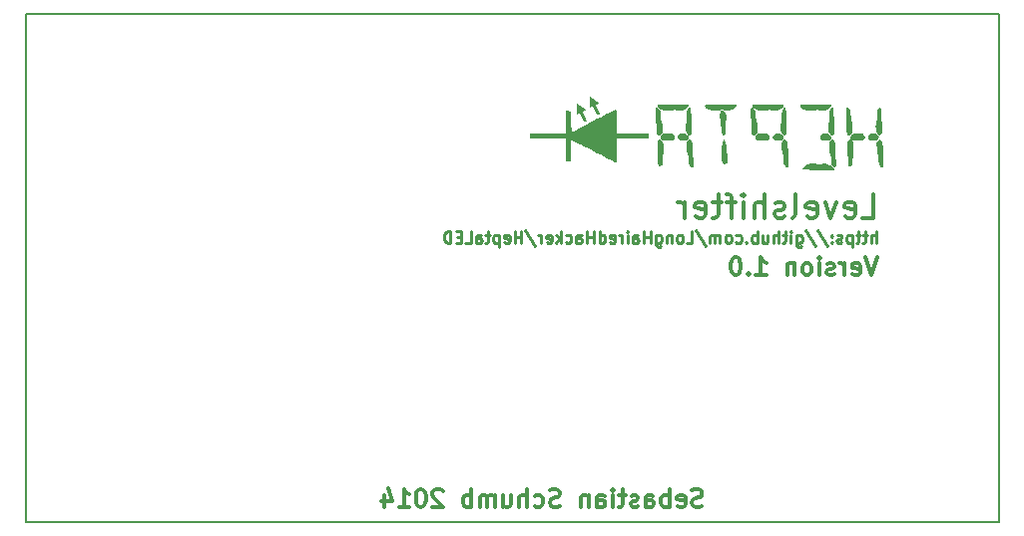
<source format=gbo>
G04 (created by PCBNEW (2013-may-18)-stable) date Thu 01 May 2014 09:06:19 PM CEST*
%MOIN*%
G04 Gerber Fmt 3.4, Leading zero omitted, Abs format*
%FSLAX34Y34*%
G01*
G70*
G90*
G04 APERTURE LIST*
%ADD10C,0.00590551*%
%ADD11C,0.011811*%
%ADD12C,0.00984252*%
%ADD13C,0.00787402*%
%ADD14C,0.0001*%
%ADD15C,0.0689*%
%ADD16C,0.055*%
%ADD17C,0.1437*%
%ADD18R,0.0591X0.0591*%
%ADD19C,0.0591*%
%ADD20C,0.0984252*%
%ADD21C,0.1575*%
%ADD22R,0.1X0.1*%
%ADD23C,0.1*%
%ADD24R,0.055X0.055*%
%ADD25C,0.177165*%
G04 APERTURE END LIST*
G54D10*
G54D11*
X69343Y-33960D02*
X69258Y-33989D01*
X69118Y-33989D01*
X69061Y-33960D01*
X69033Y-33932D01*
X69005Y-33876D01*
X69005Y-33820D01*
X69033Y-33764D01*
X69061Y-33735D01*
X69118Y-33707D01*
X69230Y-33679D01*
X69286Y-33651D01*
X69314Y-33623D01*
X69343Y-33567D01*
X69343Y-33510D01*
X69314Y-33454D01*
X69286Y-33426D01*
X69230Y-33398D01*
X69089Y-33398D01*
X69005Y-33426D01*
X68527Y-33960D02*
X68583Y-33989D01*
X68696Y-33989D01*
X68752Y-33960D01*
X68780Y-33904D01*
X68780Y-33679D01*
X68752Y-33623D01*
X68696Y-33595D01*
X68583Y-33595D01*
X68527Y-33623D01*
X68499Y-33679D01*
X68499Y-33735D01*
X68780Y-33792D01*
X68246Y-33989D02*
X68246Y-33398D01*
X68246Y-33623D02*
X68190Y-33595D01*
X68077Y-33595D01*
X68021Y-33623D01*
X67993Y-33651D01*
X67965Y-33707D01*
X67965Y-33876D01*
X67993Y-33932D01*
X68021Y-33960D01*
X68077Y-33989D01*
X68190Y-33989D01*
X68246Y-33960D01*
X67458Y-33989D02*
X67458Y-33679D01*
X67487Y-33623D01*
X67543Y-33595D01*
X67655Y-33595D01*
X67712Y-33623D01*
X67458Y-33960D02*
X67515Y-33989D01*
X67655Y-33989D01*
X67712Y-33960D01*
X67740Y-33904D01*
X67740Y-33848D01*
X67712Y-33792D01*
X67655Y-33764D01*
X67515Y-33764D01*
X67458Y-33735D01*
X67205Y-33960D02*
X67149Y-33989D01*
X67037Y-33989D01*
X66980Y-33960D01*
X66952Y-33904D01*
X66952Y-33876D01*
X66980Y-33820D01*
X67037Y-33792D01*
X67121Y-33792D01*
X67177Y-33764D01*
X67205Y-33707D01*
X67205Y-33679D01*
X67177Y-33623D01*
X67121Y-33595D01*
X67037Y-33595D01*
X66980Y-33623D01*
X66784Y-33595D02*
X66559Y-33595D01*
X66699Y-33398D02*
X66699Y-33904D01*
X66671Y-33960D01*
X66615Y-33989D01*
X66559Y-33989D01*
X66362Y-33989D02*
X66362Y-33595D01*
X66362Y-33398D02*
X66390Y-33426D01*
X66362Y-33454D01*
X66334Y-33426D01*
X66362Y-33398D01*
X66362Y-33454D01*
X65827Y-33989D02*
X65827Y-33679D01*
X65856Y-33623D01*
X65912Y-33595D01*
X66024Y-33595D01*
X66080Y-33623D01*
X65827Y-33960D02*
X65884Y-33989D01*
X66024Y-33989D01*
X66080Y-33960D01*
X66109Y-33904D01*
X66109Y-33848D01*
X66080Y-33792D01*
X66024Y-33764D01*
X65884Y-33764D01*
X65827Y-33735D01*
X65546Y-33595D02*
X65546Y-33989D01*
X65546Y-33651D02*
X65518Y-33623D01*
X65462Y-33595D01*
X65377Y-33595D01*
X65321Y-33623D01*
X65293Y-33679D01*
X65293Y-33989D01*
X64590Y-33960D02*
X64506Y-33989D01*
X64365Y-33989D01*
X64309Y-33960D01*
X64281Y-33932D01*
X64253Y-33876D01*
X64253Y-33820D01*
X64281Y-33764D01*
X64309Y-33735D01*
X64365Y-33707D01*
X64478Y-33679D01*
X64534Y-33651D01*
X64562Y-33623D01*
X64590Y-33567D01*
X64590Y-33510D01*
X64562Y-33454D01*
X64534Y-33426D01*
X64478Y-33398D01*
X64337Y-33398D01*
X64253Y-33426D01*
X63746Y-33960D02*
X63803Y-33989D01*
X63915Y-33989D01*
X63971Y-33960D01*
X63999Y-33932D01*
X64028Y-33876D01*
X64028Y-33707D01*
X63999Y-33651D01*
X63971Y-33623D01*
X63915Y-33595D01*
X63803Y-33595D01*
X63746Y-33623D01*
X63493Y-33989D02*
X63493Y-33398D01*
X63240Y-33989D02*
X63240Y-33679D01*
X63268Y-33623D01*
X63325Y-33595D01*
X63409Y-33595D01*
X63465Y-33623D01*
X63493Y-33651D01*
X62706Y-33595D02*
X62706Y-33989D01*
X62959Y-33595D02*
X62959Y-33904D01*
X62931Y-33960D01*
X62875Y-33989D01*
X62790Y-33989D01*
X62734Y-33960D01*
X62706Y-33932D01*
X62425Y-33989D02*
X62425Y-33595D01*
X62425Y-33651D02*
X62397Y-33623D01*
X62340Y-33595D01*
X62256Y-33595D01*
X62200Y-33623D01*
X62172Y-33679D01*
X62172Y-33989D01*
X62172Y-33679D02*
X62143Y-33623D01*
X62087Y-33595D01*
X62003Y-33595D01*
X61947Y-33623D01*
X61919Y-33679D01*
X61919Y-33989D01*
X61637Y-33989D02*
X61637Y-33398D01*
X61637Y-33623D02*
X61581Y-33595D01*
X61469Y-33595D01*
X61412Y-33623D01*
X61384Y-33651D01*
X61356Y-33707D01*
X61356Y-33876D01*
X61384Y-33932D01*
X61412Y-33960D01*
X61469Y-33989D01*
X61581Y-33989D01*
X61637Y-33960D01*
X60681Y-33454D02*
X60653Y-33426D01*
X60597Y-33398D01*
X60456Y-33398D01*
X60400Y-33426D01*
X60372Y-33454D01*
X60344Y-33510D01*
X60344Y-33567D01*
X60372Y-33651D01*
X60709Y-33989D01*
X60344Y-33989D01*
X59978Y-33398D02*
X59922Y-33398D01*
X59866Y-33426D01*
X59838Y-33454D01*
X59809Y-33510D01*
X59781Y-33623D01*
X59781Y-33764D01*
X59809Y-33876D01*
X59838Y-33932D01*
X59866Y-33960D01*
X59922Y-33989D01*
X59978Y-33989D01*
X60034Y-33960D01*
X60062Y-33932D01*
X60091Y-33876D01*
X60119Y-33764D01*
X60119Y-33623D01*
X60091Y-33510D01*
X60062Y-33454D01*
X60034Y-33426D01*
X59978Y-33398D01*
X59219Y-33989D02*
X59556Y-33989D01*
X59388Y-33989D02*
X59388Y-33398D01*
X59444Y-33482D01*
X59500Y-33539D01*
X59556Y-33567D01*
X58713Y-33595D02*
X58713Y-33989D01*
X58853Y-33370D02*
X58994Y-33792D01*
X58628Y-33792D01*
X75193Y-25648D02*
X74996Y-26239D01*
X74800Y-25648D01*
X74378Y-26210D02*
X74434Y-26239D01*
X74546Y-26239D01*
X74603Y-26210D01*
X74631Y-26154D01*
X74631Y-25929D01*
X74603Y-25873D01*
X74546Y-25845D01*
X74434Y-25845D01*
X74378Y-25873D01*
X74350Y-25929D01*
X74350Y-25985D01*
X74631Y-26042D01*
X74097Y-26239D02*
X74097Y-25845D01*
X74097Y-25957D02*
X74068Y-25901D01*
X74040Y-25873D01*
X73984Y-25845D01*
X73928Y-25845D01*
X73759Y-26210D02*
X73703Y-26239D01*
X73590Y-26239D01*
X73534Y-26210D01*
X73506Y-26154D01*
X73506Y-26126D01*
X73534Y-26070D01*
X73590Y-26042D01*
X73675Y-26042D01*
X73731Y-26014D01*
X73759Y-25957D01*
X73759Y-25929D01*
X73731Y-25873D01*
X73675Y-25845D01*
X73590Y-25845D01*
X73534Y-25873D01*
X73253Y-26239D02*
X73253Y-25845D01*
X73253Y-25648D02*
X73281Y-25676D01*
X73253Y-25704D01*
X73225Y-25676D01*
X73253Y-25648D01*
X73253Y-25704D01*
X72887Y-26239D02*
X72944Y-26210D01*
X72972Y-26182D01*
X73000Y-26126D01*
X73000Y-25957D01*
X72972Y-25901D01*
X72944Y-25873D01*
X72887Y-25845D01*
X72803Y-25845D01*
X72747Y-25873D01*
X72719Y-25901D01*
X72690Y-25957D01*
X72690Y-26126D01*
X72719Y-26182D01*
X72747Y-26210D01*
X72803Y-26239D01*
X72887Y-26239D01*
X72437Y-25845D02*
X72437Y-26239D01*
X72437Y-25901D02*
X72409Y-25873D01*
X72353Y-25845D01*
X72269Y-25845D01*
X72212Y-25873D01*
X72184Y-25929D01*
X72184Y-26239D01*
X71144Y-26239D02*
X71481Y-26239D01*
X71312Y-26239D02*
X71312Y-25648D01*
X71369Y-25732D01*
X71425Y-25789D01*
X71481Y-25817D01*
X70891Y-26182D02*
X70863Y-26210D01*
X70891Y-26239D01*
X70919Y-26210D01*
X70891Y-26182D01*
X70891Y-26239D01*
X70497Y-25648D02*
X70441Y-25648D01*
X70384Y-25676D01*
X70356Y-25704D01*
X70328Y-25760D01*
X70300Y-25873D01*
X70300Y-26014D01*
X70328Y-26126D01*
X70356Y-26182D01*
X70384Y-26210D01*
X70441Y-26239D01*
X70497Y-26239D01*
X70553Y-26210D01*
X70581Y-26182D01*
X70609Y-26126D01*
X70638Y-26014D01*
X70638Y-25873D01*
X70609Y-25760D01*
X70581Y-25704D01*
X70553Y-25676D01*
X70497Y-25648D01*
X74687Y-24318D02*
X75062Y-24318D01*
X75062Y-23531D01*
X74125Y-24281D02*
X74200Y-24318D01*
X74350Y-24318D01*
X74425Y-24281D01*
X74462Y-24206D01*
X74462Y-23906D01*
X74425Y-23831D01*
X74350Y-23793D01*
X74200Y-23793D01*
X74125Y-23831D01*
X74087Y-23906D01*
X74087Y-23981D01*
X74462Y-24056D01*
X73825Y-23793D02*
X73637Y-24318D01*
X73450Y-23793D01*
X72850Y-24281D02*
X72925Y-24318D01*
X73075Y-24318D01*
X73150Y-24281D01*
X73187Y-24206D01*
X73187Y-23906D01*
X73150Y-23831D01*
X73075Y-23793D01*
X72925Y-23793D01*
X72850Y-23831D01*
X72812Y-23906D01*
X72812Y-23981D01*
X73187Y-24056D01*
X72362Y-24318D02*
X72437Y-24281D01*
X72475Y-24206D01*
X72475Y-23531D01*
X72100Y-24281D02*
X72025Y-24318D01*
X71875Y-24318D01*
X71800Y-24281D01*
X71762Y-24206D01*
X71762Y-24168D01*
X71800Y-24093D01*
X71875Y-24056D01*
X71987Y-24056D01*
X72062Y-24018D01*
X72100Y-23943D01*
X72100Y-23906D01*
X72062Y-23831D01*
X71987Y-23793D01*
X71875Y-23793D01*
X71800Y-23831D01*
X71425Y-24318D02*
X71425Y-23531D01*
X71088Y-24318D02*
X71088Y-23906D01*
X71125Y-23831D01*
X71200Y-23793D01*
X71312Y-23793D01*
X71387Y-23831D01*
X71425Y-23868D01*
X70713Y-24318D02*
X70713Y-23793D01*
X70713Y-23531D02*
X70750Y-23568D01*
X70713Y-23606D01*
X70675Y-23568D01*
X70713Y-23531D01*
X70713Y-23606D01*
X70450Y-23793D02*
X70150Y-23793D01*
X70338Y-24318D02*
X70338Y-23643D01*
X70300Y-23568D01*
X70225Y-23531D01*
X70150Y-23531D01*
X70000Y-23793D02*
X69700Y-23793D01*
X69888Y-23531D02*
X69888Y-24206D01*
X69850Y-24281D01*
X69775Y-24318D01*
X69700Y-24318D01*
X69138Y-24281D02*
X69213Y-24318D01*
X69363Y-24318D01*
X69438Y-24281D01*
X69475Y-24206D01*
X69475Y-23906D01*
X69438Y-23831D01*
X69363Y-23793D01*
X69213Y-23793D01*
X69138Y-23831D01*
X69100Y-23906D01*
X69100Y-23981D01*
X69475Y-24056D01*
X68763Y-24318D02*
X68763Y-23793D01*
X68763Y-23943D02*
X68725Y-23868D01*
X68688Y-23831D01*
X68613Y-23793D01*
X68538Y-23793D01*
G54D12*
X75156Y-25159D02*
X75156Y-24765D01*
X74987Y-25159D02*
X74987Y-24953D01*
X75006Y-24915D01*
X75043Y-24896D01*
X75100Y-24896D01*
X75137Y-24915D01*
X75156Y-24934D01*
X74856Y-24896D02*
X74706Y-24896D01*
X74800Y-24765D02*
X74800Y-25103D01*
X74781Y-25140D01*
X74743Y-25159D01*
X74706Y-25159D01*
X74631Y-24896D02*
X74481Y-24896D01*
X74575Y-24765D02*
X74575Y-25103D01*
X74556Y-25140D01*
X74518Y-25159D01*
X74481Y-25159D01*
X74350Y-24896D02*
X74350Y-25290D01*
X74350Y-24915D02*
X74312Y-24896D01*
X74237Y-24896D01*
X74200Y-24915D01*
X74181Y-24934D01*
X74162Y-24971D01*
X74162Y-25084D01*
X74181Y-25121D01*
X74200Y-25140D01*
X74237Y-25159D01*
X74312Y-25159D01*
X74350Y-25140D01*
X74012Y-25140D02*
X73975Y-25159D01*
X73900Y-25159D01*
X73862Y-25140D01*
X73843Y-25103D01*
X73843Y-25084D01*
X73862Y-25046D01*
X73900Y-25028D01*
X73956Y-25028D01*
X73993Y-25009D01*
X74012Y-24971D01*
X74012Y-24953D01*
X73993Y-24915D01*
X73956Y-24896D01*
X73900Y-24896D01*
X73862Y-24915D01*
X73675Y-25121D02*
X73656Y-25140D01*
X73675Y-25159D01*
X73693Y-25140D01*
X73675Y-25121D01*
X73675Y-25159D01*
X73675Y-24915D02*
X73656Y-24934D01*
X73675Y-24953D01*
X73693Y-24934D01*
X73675Y-24915D01*
X73675Y-24953D01*
X73206Y-24746D02*
X73543Y-25253D01*
X72794Y-24746D02*
X73131Y-25253D01*
X72494Y-24896D02*
X72494Y-25215D01*
X72512Y-25253D01*
X72531Y-25271D01*
X72569Y-25290D01*
X72625Y-25290D01*
X72662Y-25271D01*
X72494Y-25140D02*
X72531Y-25159D01*
X72606Y-25159D01*
X72644Y-25140D01*
X72662Y-25121D01*
X72681Y-25084D01*
X72681Y-24971D01*
X72662Y-24934D01*
X72644Y-24915D01*
X72606Y-24896D01*
X72531Y-24896D01*
X72494Y-24915D01*
X72306Y-25159D02*
X72306Y-24896D01*
X72306Y-24765D02*
X72325Y-24784D01*
X72306Y-24803D01*
X72287Y-24784D01*
X72306Y-24765D01*
X72306Y-24803D01*
X72175Y-24896D02*
X72025Y-24896D01*
X72119Y-24765D02*
X72119Y-25103D01*
X72100Y-25140D01*
X72062Y-25159D01*
X72025Y-25159D01*
X71894Y-25159D02*
X71894Y-24765D01*
X71725Y-25159D02*
X71725Y-24953D01*
X71744Y-24915D01*
X71781Y-24896D01*
X71837Y-24896D01*
X71875Y-24915D01*
X71894Y-24934D01*
X71369Y-24896D02*
X71369Y-25159D01*
X71537Y-24896D02*
X71537Y-25103D01*
X71519Y-25140D01*
X71481Y-25159D01*
X71425Y-25159D01*
X71387Y-25140D01*
X71369Y-25121D01*
X71181Y-25159D02*
X71181Y-24765D01*
X71181Y-24915D02*
X71144Y-24896D01*
X71069Y-24896D01*
X71031Y-24915D01*
X71013Y-24934D01*
X70994Y-24971D01*
X70994Y-25084D01*
X71013Y-25121D01*
X71031Y-25140D01*
X71069Y-25159D01*
X71144Y-25159D01*
X71181Y-25140D01*
X70825Y-25121D02*
X70806Y-25140D01*
X70825Y-25159D01*
X70844Y-25140D01*
X70825Y-25121D01*
X70825Y-25159D01*
X70469Y-25140D02*
X70506Y-25159D01*
X70581Y-25159D01*
X70619Y-25140D01*
X70638Y-25121D01*
X70656Y-25084D01*
X70656Y-24971D01*
X70638Y-24934D01*
X70619Y-24915D01*
X70581Y-24896D01*
X70506Y-24896D01*
X70469Y-24915D01*
X70244Y-25159D02*
X70281Y-25140D01*
X70300Y-25121D01*
X70319Y-25084D01*
X70319Y-24971D01*
X70300Y-24934D01*
X70281Y-24915D01*
X70244Y-24896D01*
X70188Y-24896D01*
X70150Y-24915D01*
X70131Y-24934D01*
X70113Y-24971D01*
X70113Y-25084D01*
X70131Y-25121D01*
X70150Y-25140D01*
X70188Y-25159D01*
X70244Y-25159D01*
X69944Y-25159D02*
X69944Y-24896D01*
X69944Y-24934D02*
X69925Y-24915D01*
X69888Y-24896D01*
X69831Y-24896D01*
X69794Y-24915D01*
X69775Y-24953D01*
X69775Y-25159D01*
X69775Y-24953D02*
X69756Y-24915D01*
X69719Y-24896D01*
X69663Y-24896D01*
X69625Y-24915D01*
X69606Y-24953D01*
X69606Y-25159D01*
X69138Y-24746D02*
X69475Y-25253D01*
X68819Y-25159D02*
X69007Y-25159D01*
X69007Y-24765D01*
X68632Y-25159D02*
X68669Y-25140D01*
X68688Y-25121D01*
X68707Y-25084D01*
X68707Y-24971D01*
X68688Y-24934D01*
X68669Y-24915D01*
X68632Y-24896D01*
X68575Y-24896D01*
X68538Y-24915D01*
X68519Y-24934D01*
X68500Y-24971D01*
X68500Y-25084D01*
X68519Y-25121D01*
X68538Y-25140D01*
X68575Y-25159D01*
X68632Y-25159D01*
X68332Y-24896D02*
X68332Y-25159D01*
X68332Y-24934D02*
X68313Y-24915D01*
X68275Y-24896D01*
X68219Y-24896D01*
X68182Y-24915D01*
X68163Y-24953D01*
X68163Y-25159D01*
X67807Y-24896D02*
X67807Y-25215D01*
X67825Y-25253D01*
X67844Y-25271D01*
X67882Y-25290D01*
X67938Y-25290D01*
X67975Y-25271D01*
X67807Y-25140D02*
X67844Y-25159D01*
X67919Y-25159D01*
X67957Y-25140D01*
X67975Y-25121D01*
X67994Y-25084D01*
X67994Y-24971D01*
X67975Y-24934D01*
X67957Y-24915D01*
X67919Y-24896D01*
X67844Y-24896D01*
X67807Y-24915D01*
X67619Y-25159D02*
X67619Y-24765D01*
X67619Y-24953D02*
X67394Y-24953D01*
X67394Y-25159D02*
X67394Y-24765D01*
X67038Y-25159D02*
X67038Y-24953D01*
X67057Y-24915D01*
X67094Y-24896D01*
X67169Y-24896D01*
X67207Y-24915D01*
X67038Y-25140D02*
X67076Y-25159D01*
X67169Y-25159D01*
X67207Y-25140D01*
X67226Y-25103D01*
X67226Y-25065D01*
X67207Y-25028D01*
X67169Y-25009D01*
X67076Y-25009D01*
X67038Y-24990D01*
X66851Y-25159D02*
X66851Y-24896D01*
X66851Y-24765D02*
X66869Y-24784D01*
X66851Y-24803D01*
X66832Y-24784D01*
X66851Y-24765D01*
X66851Y-24803D01*
X66663Y-25159D02*
X66663Y-24896D01*
X66663Y-24971D02*
X66644Y-24934D01*
X66626Y-24915D01*
X66588Y-24896D01*
X66551Y-24896D01*
X66269Y-25140D02*
X66307Y-25159D01*
X66382Y-25159D01*
X66419Y-25140D01*
X66438Y-25103D01*
X66438Y-24953D01*
X66419Y-24915D01*
X66382Y-24896D01*
X66307Y-24896D01*
X66269Y-24915D01*
X66251Y-24953D01*
X66251Y-24990D01*
X66438Y-25028D01*
X65913Y-25159D02*
X65913Y-24765D01*
X65913Y-25140D02*
X65951Y-25159D01*
X66026Y-25159D01*
X66063Y-25140D01*
X66082Y-25121D01*
X66101Y-25084D01*
X66101Y-24971D01*
X66082Y-24934D01*
X66063Y-24915D01*
X66026Y-24896D01*
X65951Y-24896D01*
X65913Y-24915D01*
X65726Y-25159D02*
X65726Y-24765D01*
X65726Y-24953D02*
X65501Y-24953D01*
X65501Y-25159D02*
X65501Y-24765D01*
X65145Y-25159D02*
X65145Y-24953D01*
X65163Y-24915D01*
X65201Y-24896D01*
X65276Y-24896D01*
X65313Y-24915D01*
X65145Y-25140D02*
X65182Y-25159D01*
X65276Y-25159D01*
X65313Y-25140D01*
X65332Y-25103D01*
X65332Y-25065D01*
X65313Y-25028D01*
X65276Y-25009D01*
X65182Y-25009D01*
X65145Y-24990D01*
X64788Y-25140D02*
X64826Y-25159D01*
X64901Y-25159D01*
X64938Y-25140D01*
X64957Y-25121D01*
X64976Y-25084D01*
X64976Y-24971D01*
X64957Y-24934D01*
X64938Y-24915D01*
X64901Y-24896D01*
X64826Y-24896D01*
X64788Y-24915D01*
X64620Y-25159D02*
X64620Y-24765D01*
X64582Y-25009D02*
X64470Y-25159D01*
X64470Y-24896D02*
X64620Y-25046D01*
X64151Y-25140D02*
X64188Y-25159D01*
X64263Y-25159D01*
X64301Y-25140D01*
X64320Y-25103D01*
X64320Y-24953D01*
X64301Y-24915D01*
X64263Y-24896D01*
X64188Y-24896D01*
X64151Y-24915D01*
X64132Y-24953D01*
X64132Y-24990D01*
X64320Y-25028D01*
X63963Y-25159D02*
X63963Y-24896D01*
X63963Y-24971D02*
X63945Y-24934D01*
X63926Y-24915D01*
X63888Y-24896D01*
X63851Y-24896D01*
X63438Y-24746D02*
X63776Y-25253D01*
X63307Y-25159D02*
X63307Y-24765D01*
X63307Y-24953D02*
X63082Y-24953D01*
X63082Y-25159D02*
X63082Y-24765D01*
X62745Y-25140D02*
X62782Y-25159D01*
X62857Y-25159D01*
X62895Y-25140D01*
X62914Y-25103D01*
X62914Y-24953D01*
X62895Y-24915D01*
X62857Y-24896D01*
X62782Y-24896D01*
X62745Y-24915D01*
X62726Y-24953D01*
X62726Y-24990D01*
X62914Y-25028D01*
X62557Y-24896D02*
X62557Y-25290D01*
X62557Y-24915D02*
X62520Y-24896D01*
X62445Y-24896D01*
X62407Y-24915D01*
X62389Y-24934D01*
X62370Y-24971D01*
X62370Y-25084D01*
X62389Y-25121D01*
X62407Y-25140D01*
X62445Y-25159D01*
X62520Y-25159D01*
X62557Y-25140D01*
X62257Y-24896D02*
X62107Y-24896D01*
X62201Y-24765D02*
X62201Y-25103D01*
X62182Y-25140D01*
X62145Y-25159D01*
X62107Y-25159D01*
X61807Y-25159D02*
X61807Y-24953D01*
X61826Y-24915D01*
X61864Y-24896D01*
X61939Y-24896D01*
X61976Y-24915D01*
X61807Y-25140D02*
X61845Y-25159D01*
X61939Y-25159D01*
X61976Y-25140D01*
X61995Y-25103D01*
X61995Y-25065D01*
X61976Y-25028D01*
X61939Y-25009D01*
X61845Y-25009D01*
X61807Y-24990D01*
X61432Y-25159D02*
X61620Y-25159D01*
X61620Y-24765D01*
X61301Y-24953D02*
X61170Y-24953D01*
X61114Y-25159D02*
X61301Y-25159D01*
X61301Y-24765D01*
X61114Y-24765D01*
X60945Y-25159D02*
X60945Y-24765D01*
X60851Y-24765D01*
X60795Y-24784D01*
X60758Y-24821D01*
X60739Y-24859D01*
X60720Y-24934D01*
X60720Y-24990D01*
X60739Y-25065D01*
X60758Y-25103D01*
X60795Y-25140D01*
X60851Y-25159D01*
X60945Y-25159D01*
G54D13*
X46750Y-34500D02*
X46750Y-17500D01*
X79250Y-34500D02*
X46750Y-34500D01*
X79250Y-17500D02*
X79250Y-34500D01*
X46750Y-17500D02*
X79250Y-17500D01*
G54D14*
G36*
X72701Y-22693D02*
X72702Y-22699D01*
X72706Y-22703D01*
X72713Y-22707D01*
X72727Y-22710D01*
X72749Y-22712D01*
X72781Y-22714D01*
X72825Y-22715D01*
X72883Y-22716D01*
X72956Y-22717D01*
X73048Y-22718D01*
X73159Y-22719D01*
X73237Y-22719D01*
X73364Y-22720D01*
X73470Y-22720D01*
X73556Y-22720D01*
X73626Y-22719D01*
X73679Y-22718D01*
X73719Y-22717D01*
X73747Y-22715D01*
X73764Y-22712D01*
X73773Y-22709D01*
X73776Y-22706D01*
X73773Y-22685D01*
X73755Y-22657D01*
X73727Y-22627D01*
X73693Y-22600D01*
X73659Y-22581D01*
X73630Y-22573D01*
X73629Y-22573D01*
X73610Y-22567D01*
X73580Y-22551D01*
X73559Y-22538D01*
X73528Y-22518D01*
X73502Y-22508D01*
X73471Y-22506D01*
X73437Y-22508D01*
X73389Y-22514D01*
X73340Y-22523D01*
X73315Y-22530D01*
X73280Y-22540D01*
X73255Y-22542D01*
X73227Y-22534D01*
X73218Y-22530D01*
X73181Y-22520D01*
X73128Y-22513D01*
X73062Y-22508D01*
X73051Y-22508D01*
X72997Y-22506D01*
X72958Y-22506D01*
X72929Y-22510D01*
X72903Y-22519D01*
X72872Y-22533D01*
X72849Y-22545D01*
X72794Y-22577D01*
X72750Y-22612D01*
X72718Y-22648D01*
X72702Y-22680D01*
X72701Y-22693D01*
X72701Y-22693D01*
X72701Y-22693D01*
G37*
G36*
X75178Y-21855D02*
X75178Y-21906D01*
X75180Y-21964D01*
X75180Y-21967D01*
X75184Y-22036D01*
X75189Y-22087D01*
X75196Y-22126D01*
X75206Y-22158D01*
X75210Y-22167D01*
X75223Y-22204D01*
X75232Y-22250D01*
X75238Y-22311D01*
X75241Y-22349D01*
X75245Y-22420D01*
X75249Y-22473D01*
X75254Y-22512D01*
X75262Y-22539D01*
X75273Y-22561D01*
X75288Y-22581D01*
X75302Y-22596D01*
X75336Y-22628D01*
X75363Y-22640D01*
X75384Y-22635D01*
X75395Y-22624D01*
X75399Y-22615D01*
X75402Y-22599D01*
X75404Y-22572D01*
X75404Y-22532D01*
X75404Y-22479D01*
X75402Y-22409D01*
X75399Y-22320D01*
X75396Y-22227D01*
X75393Y-22134D01*
X75389Y-22047D01*
X75385Y-21969D01*
X75382Y-21902D01*
X75379Y-21850D01*
X75377Y-21816D01*
X75376Y-21805D01*
X75363Y-21765D01*
X75337Y-21729D01*
X75307Y-21703D01*
X75276Y-21694D01*
X75249Y-21703D01*
X75219Y-21728D01*
X75194Y-21762D01*
X75182Y-21793D01*
X75179Y-21815D01*
X75178Y-21855D01*
X75178Y-21855D01*
X75178Y-21855D01*
G37*
G36*
X73590Y-21906D02*
X73592Y-21964D01*
X73592Y-21967D01*
X73596Y-22036D01*
X73601Y-22086D01*
X73608Y-22125D01*
X73618Y-22157D01*
X73623Y-22168D01*
X73636Y-22205D01*
X73645Y-22249D01*
X73651Y-22306D01*
X73653Y-22350D01*
X73657Y-22421D01*
X73661Y-22474D01*
X73666Y-22512D01*
X73674Y-22540D01*
X73685Y-22562D01*
X73701Y-22582D01*
X73714Y-22596D01*
X73748Y-22628D01*
X73774Y-22640D01*
X73796Y-22635D01*
X73807Y-22624D01*
X73811Y-22615D01*
X73814Y-22599D01*
X73815Y-22572D01*
X73816Y-22532D01*
X73816Y-22479D01*
X73814Y-22409D01*
X73811Y-22320D01*
X73808Y-22227D01*
X73804Y-22134D01*
X73801Y-22047D01*
X73798Y-21969D01*
X73794Y-21902D01*
X73791Y-21850D01*
X73789Y-21816D01*
X73788Y-21805D01*
X73775Y-21765D01*
X73750Y-21729D01*
X73719Y-21703D01*
X73689Y-21694D01*
X73661Y-21703D01*
X73631Y-21728D01*
X73606Y-21762D01*
X73594Y-21793D01*
X73591Y-21815D01*
X73590Y-21855D01*
X73590Y-21906D01*
X73590Y-21906D01*
X73590Y-21906D01*
G37*
G36*
X72002Y-21855D02*
X72002Y-21906D01*
X72004Y-21964D01*
X72004Y-21967D01*
X72008Y-22036D01*
X72013Y-22086D01*
X72020Y-22125D01*
X72030Y-22157D01*
X72035Y-22168D01*
X72048Y-22205D01*
X72057Y-22249D01*
X72063Y-22306D01*
X72065Y-22350D01*
X72069Y-22421D01*
X72073Y-22474D01*
X72078Y-22512D01*
X72086Y-22540D01*
X72097Y-22562D01*
X72113Y-22582D01*
X72126Y-22596D01*
X72160Y-22628D01*
X72186Y-22640D01*
X72208Y-22635D01*
X72219Y-22624D01*
X72223Y-22615D01*
X72226Y-22599D01*
X72228Y-22572D01*
X72228Y-22532D01*
X72228Y-22479D01*
X72226Y-22409D01*
X72223Y-22320D01*
X72220Y-22227D01*
X72217Y-22134D01*
X72213Y-22047D01*
X72209Y-21969D01*
X72206Y-21902D01*
X72204Y-21850D01*
X72201Y-21816D01*
X72200Y-21805D01*
X72186Y-21765D01*
X72162Y-21729D01*
X72131Y-21703D01*
X72101Y-21694D01*
X72073Y-21703D01*
X72043Y-21728D01*
X72019Y-21762D01*
X72006Y-21793D01*
X72003Y-21815D01*
X72002Y-21855D01*
X72002Y-21855D01*
X72002Y-21855D01*
G37*
G36*
X68827Y-21855D02*
X68828Y-21907D01*
X68829Y-21965D01*
X68830Y-21969D01*
X68834Y-22038D01*
X68839Y-22089D01*
X68846Y-22128D01*
X68857Y-22160D01*
X68861Y-22170D01*
X68872Y-22202D01*
X68881Y-22239D01*
X68887Y-22288D01*
X68891Y-22353D01*
X68892Y-22368D01*
X68897Y-22446D01*
X68906Y-22505D01*
X68918Y-22550D01*
X68937Y-22584D01*
X68963Y-22611D01*
X68971Y-22618D01*
X69002Y-22638D01*
X69025Y-22639D01*
X69044Y-22624D01*
X69048Y-22615D01*
X69051Y-22599D01*
X69053Y-22572D01*
X69053Y-22532D01*
X69053Y-22479D01*
X69051Y-22409D01*
X69048Y-22320D01*
X69045Y-22227D01*
X69042Y-22134D01*
X69038Y-22047D01*
X69035Y-21969D01*
X69031Y-21902D01*
X69029Y-21850D01*
X69026Y-21816D01*
X69025Y-21805D01*
X69012Y-21765D01*
X68987Y-21729D01*
X68956Y-21703D01*
X68926Y-21694D01*
X68898Y-21703D01*
X68868Y-21728D01*
X68843Y-21762D01*
X68830Y-21793D01*
X68828Y-21816D01*
X68827Y-21855D01*
X68827Y-21855D01*
X68827Y-21855D01*
G37*
G36*
X74202Y-21900D02*
X74203Y-21969D01*
X74205Y-22047D01*
X74208Y-22130D01*
X74211Y-22215D01*
X74215Y-22299D01*
X74220Y-22378D01*
X74225Y-22450D01*
X74229Y-22510D01*
X74234Y-22556D01*
X74239Y-22585D01*
X74242Y-22592D01*
X74267Y-22606D01*
X74298Y-22603D01*
X74327Y-22583D01*
X74329Y-22582D01*
X74349Y-22556D01*
X74363Y-22530D01*
X74372Y-22498D01*
X74376Y-22454D01*
X74378Y-22395D01*
X74378Y-22377D01*
X74380Y-22300D01*
X74386Y-22236D01*
X74395Y-22192D01*
X74403Y-22150D01*
X74409Y-22093D01*
X74411Y-22027D01*
X74411Y-21959D01*
X74409Y-21896D01*
X74403Y-21844D01*
X74399Y-21825D01*
X74381Y-21781D01*
X74350Y-21739D01*
X74315Y-21709D01*
X74290Y-21698D01*
X74258Y-21700D01*
X74230Y-21724D01*
X74210Y-21768D01*
X74207Y-21777D01*
X74204Y-21801D01*
X74203Y-21843D01*
X74202Y-21900D01*
X74202Y-21900D01*
X74202Y-21900D01*
G37*
G36*
X67852Y-21894D02*
X67853Y-21962D01*
X67854Y-22039D01*
X67857Y-22122D01*
X67861Y-22207D01*
X67865Y-22291D01*
X67869Y-22371D01*
X67874Y-22443D01*
X67878Y-22505D01*
X67884Y-22552D01*
X67888Y-22583D01*
X67891Y-22592D01*
X67916Y-22606D01*
X67947Y-22603D01*
X67976Y-22584D01*
X67978Y-22582D01*
X67999Y-22556D01*
X68013Y-22530D01*
X68021Y-22497D01*
X68025Y-22453D01*
X68027Y-22393D01*
X68027Y-22379D01*
X68030Y-22290D01*
X68038Y-22219D01*
X68045Y-22188D01*
X68054Y-22153D01*
X68058Y-22111D01*
X68060Y-22059D01*
X68060Y-21991D01*
X68059Y-21968D01*
X68057Y-21904D01*
X68055Y-21858D01*
X68051Y-21826D01*
X68045Y-21803D01*
X68036Y-21785D01*
X68027Y-21771D01*
X67996Y-21735D01*
X67961Y-21708D01*
X67928Y-21694D01*
X67921Y-21694D01*
X67897Y-21704D01*
X67874Y-21734D01*
X67856Y-21775D01*
X67853Y-21797D01*
X67852Y-21838D01*
X67852Y-21894D01*
X67852Y-21894D01*
X67852Y-21894D01*
G37*
G36*
X70003Y-22295D02*
X70004Y-22356D01*
X70008Y-22403D01*
X70014Y-22438D01*
X70022Y-22464D01*
X70034Y-22484D01*
X70050Y-22500D01*
X70056Y-22505D01*
X70085Y-22523D01*
X70109Y-22525D01*
X70136Y-22509D01*
X70158Y-22489D01*
X70196Y-22450D01*
X70196Y-22334D01*
X70192Y-22246D01*
X70182Y-22158D01*
X70175Y-22119D01*
X70164Y-22061D01*
X70155Y-21992D01*
X70148Y-21924D01*
X70146Y-21900D01*
X70138Y-21821D01*
X70126Y-21764D01*
X70108Y-21728D01*
X70085Y-21712D01*
X70076Y-21711D01*
X70060Y-21717D01*
X70046Y-21738D01*
X70032Y-21774D01*
X70025Y-21798D01*
X70020Y-21826D01*
X70015Y-21862D01*
X70012Y-21909D01*
X70009Y-21970D01*
X70007Y-22048D01*
X70005Y-22117D01*
X70003Y-22216D01*
X70003Y-22295D01*
X70003Y-22295D01*
X70003Y-22295D01*
G37*
G36*
X63594Y-21682D02*
X64188Y-21682D01*
X64782Y-21682D01*
X64782Y-22054D01*
X64782Y-22425D01*
X64880Y-22425D01*
X64977Y-22425D01*
X64977Y-22071D01*
X64977Y-21983D01*
X64977Y-21904D01*
X64978Y-21835D01*
X64978Y-21779D01*
X64979Y-21740D01*
X64980Y-21719D01*
X64980Y-21716D01*
X64991Y-21722D01*
X65020Y-21736D01*
X65066Y-21760D01*
X65128Y-21791D01*
X65204Y-21830D01*
X65292Y-21874D01*
X65391Y-21925D01*
X65498Y-21980D01*
X65614Y-22039D01*
X65720Y-22093D01*
X65841Y-22155D01*
X65956Y-22214D01*
X66063Y-22268D01*
X66162Y-22318D01*
X66249Y-22362D01*
X66325Y-22400D01*
X66386Y-22431D01*
X66432Y-22453D01*
X66461Y-22466D01*
X66470Y-22470D01*
X66474Y-22466D01*
X66478Y-22450D01*
X66480Y-22422D01*
X66482Y-22380D01*
X66483Y-22321D01*
X66484Y-22244D01*
X66485Y-22148D01*
X66485Y-22076D01*
X66485Y-21682D01*
X67022Y-21682D01*
X67558Y-21682D01*
X67558Y-21585D01*
X67558Y-21489D01*
X67022Y-21489D01*
X66485Y-21489D01*
X66485Y-21089D01*
X66484Y-20996D01*
X66484Y-20911D01*
X66482Y-20836D01*
X66481Y-20774D01*
X66480Y-20727D01*
X66478Y-20698D01*
X66476Y-20690D01*
X66465Y-20694D01*
X66435Y-20709D01*
X66388Y-20733D01*
X66325Y-20764D01*
X66248Y-20803D01*
X66160Y-20848D01*
X66061Y-20898D01*
X65952Y-20954D01*
X65836Y-21013D01*
X65725Y-21070D01*
X64982Y-21450D01*
X64977Y-21101D01*
X64971Y-20752D01*
X64876Y-20749D01*
X64782Y-20745D01*
X64782Y-21117D01*
X64782Y-21489D01*
X64188Y-21489D01*
X63594Y-21489D01*
X63594Y-21585D01*
X63594Y-21682D01*
X63594Y-21682D01*
X63594Y-21682D01*
G37*
G36*
X74887Y-21627D02*
X74897Y-21666D01*
X74916Y-21698D01*
X74942Y-21721D01*
X74981Y-21733D01*
X75036Y-21739D01*
X75069Y-21739D01*
X75117Y-21739D01*
X75149Y-21737D01*
X75170Y-21730D01*
X75188Y-21719D01*
X75207Y-21701D01*
X75238Y-21658D01*
X75246Y-21614D01*
X75231Y-21569D01*
X75223Y-21556D01*
X75188Y-21525D01*
X75139Y-21506D01*
X75072Y-21501D01*
X75038Y-21502D01*
X74992Y-21507D01*
X74962Y-21515D01*
X74939Y-21528D01*
X74927Y-21539D01*
X74896Y-21581D01*
X74887Y-21627D01*
X74887Y-21627D01*
X74887Y-21627D01*
G37*
G36*
X74302Y-21625D02*
X74312Y-21669D01*
X74344Y-21710D01*
X74345Y-21711D01*
X74360Y-21722D01*
X74374Y-21730D01*
X74394Y-21735D01*
X74421Y-21738D01*
X74463Y-21739D01*
X74521Y-21739D01*
X74543Y-21739D01*
X74607Y-21739D01*
X74653Y-21738D01*
X74684Y-21736D01*
X74704Y-21732D01*
X74719Y-21725D01*
X74732Y-21715D01*
X74736Y-21711D01*
X74771Y-21668D01*
X74783Y-21623D01*
X74772Y-21578D01*
X74741Y-21538D01*
X74727Y-21525D01*
X74714Y-21516D01*
X74697Y-21510D01*
X74672Y-21507D01*
X74634Y-21506D01*
X74580Y-21505D01*
X74550Y-21505D01*
X74476Y-21506D01*
X74421Y-21509D01*
X74381Y-21516D01*
X74353Y-21527D01*
X74334Y-21544D01*
X74318Y-21568D01*
X74314Y-21576D01*
X74302Y-21625D01*
X74302Y-21625D01*
X74302Y-21625D01*
G37*
G36*
X73299Y-21626D02*
X73312Y-21671D01*
X73345Y-21711D01*
X73362Y-21725D01*
X73381Y-21733D01*
X73406Y-21738D01*
X73445Y-21739D01*
X73478Y-21739D01*
X73527Y-21739D01*
X73559Y-21737D01*
X73581Y-21731D01*
X73598Y-21721D01*
X73617Y-21703D01*
X73619Y-21701D01*
X73650Y-21658D01*
X73658Y-21614D01*
X73643Y-21569D01*
X73635Y-21556D01*
X73601Y-21525D01*
X73551Y-21506D01*
X73484Y-21501D01*
X73450Y-21502D01*
X73404Y-21507D01*
X73374Y-21515D01*
X73351Y-21528D01*
X73338Y-21539D01*
X73308Y-21581D01*
X73299Y-21626D01*
X73299Y-21626D01*
X73299Y-21626D01*
G37*
G36*
X71711Y-21626D02*
X71724Y-21671D01*
X71757Y-21711D01*
X71774Y-21725D01*
X71792Y-21733D01*
X71818Y-21738D01*
X71857Y-21739D01*
X71890Y-21739D01*
X71939Y-21739D01*
X71971Y-21737D01*
X71993Y-21731D01*
X72010Y-21721D01*
X72029Y-21703D01*
X72031Y-21701D01*
X72062Y-21658D01*
X72070Y-21614D01*
X72055Y-21569D01*
X72047Y-21556D01*
X72012Y-21525D01*
X71963Y-21506D01*
X71897Y-21501D01*
X71862Y-21502D01*
X71816Y-21507D01*
X71786Y-21515D01*
X71763Y-21528D01*
X71751Y-21539D01*
X71719Y-21581D01*
X71711Y-21626D01*
X71711Y-21626D01*
X71711Y-21626D01*
G37*
G36*
X71126Y-21625D02*
X71136Y-21669D01*
X71168Y-21710D01*
X71169Y-21711D01*
X71184Y-21722D01*
X71198Y-21730D01*
X71218Y-21735D01*
X71246Y-21738D01*
X71286Y-21739D01*
X71345Y-21739D01*
X71367Y-21739D01*
X71431Y-21739D01*
X71477Y-21738D01*
X71508Y-21736D01*
X71529Y-21732D01*
X71544Y-21725D01*
X71556Y-21715D01*
X71560Y-21711D01*
X71595Y-21668D01*
X71607Y-21623D01*
X71596Y-21578D01*
X71565Y-21538D01*
X71551Y-21525D01*
X71538Y-21516D01*
X71521Y-21510D01*
X71496Y-21507D01*
X71458Y-21506D01*
X71404Y-21505D01*
X71374Y-21505D01*
X71300Y-21506D01*
X71245Y-21509D01*
X71205Y-21516D01*
X71177Y-21527D01*
X71158Y-21544D01*
X71142Y-21568D01*
X71139Y-21576D01*
X71126Y-21625D01*
X71126Y-21625D01*
X71126Y-21625D01*
G37*
G36*
X68536Y-21626D02*
X68549Y-21671D01*
X68582Y-21711D01*
X68599Y-21725D01*
X68618Y-21733D01*
X68643Y-21738D01*
X68682Y-21739D01*
X68715Y-21739D01*
X68764Y-21739D01*
X68796Y-21737D01*
X68818Y-21731D01*
X68835Y-21721D01*
X68854Y-21703D01*
X68856Y-21701D01*
X68887Y-21658D01*
X68895Y-21614D01*
X68880Y-21569D01*
X68872Y-21556D01*
X68838Y-21525D01*
X68788Y-21506D01*
X68721Y-21501D01*
X68687Y-21502D01*
X68641Y-21507D01*
X68611Y-21515D01*
X68588Y-21528D01*
X68575Y-21539D01*
X68545Y-21581D01*
X68536Y-21626D01*
X68536Y-21626D01*
X68536Y-21626D01*
G37*
G36*
X67951Y-21625D02*
X67961Y-21669D01*
X67993Y-21710D01*
X67994Y-21711D01*
X68009Y-21722D01*
X68023Y-21730D01*
X68043Y-21735D01*
X68071Y-21738D01*
X68112Y-21739D01*
X68170Y-21739D01*
X68192Y-21739D01*
X68256Y-21739D01*
X68302Y-21738D01*
X68333Y-21736D01*
X68354Y-21732D01*
X68368Y-21725D01*
X68381Y-21715D01*
X68385Y-21711D01*
X68420Y-21668D01*
X68432Y-21623D01*
X68422Y-21578D01*
X68390Y-21538D01*
X68376Y-21525D01*
X68363Y-21516D01*
X68346Y-21510D01*
X68320Y-21507D01*
X68283Y-21506D01*
X68229Y-21505D01*
X68199Y-21505D01*
X68125Y-21506D01*
X68070Y-21509D01*
X68030Y-21516D01*
X68002Y-21527D01*
X67983Y-21544D01*
X67967Y-21568D01*
X67964Y-21576D01*
X67951Y-21625D01*
X67951Y-21625D01*
X67951Y-21625D01*
G37*
G36*
X74148Y-20757D02*
X74150Y-20831D01*
X74153Y-20924D01*
X74158Y-21037D01*
X74162Y-21107D01*
X74167Y-21216D01*
X74172Y-21305D01*
X74176Y-21376D01*
X74179Y-21430D01*
X74183Y-21471D01*
X74186Y-21500D01*
X74190Y-21519D01*
X74195Y-21533D01*
X74200Y-21541D01*
X74206Y-21547D01*
X74207Y-21548D01*
X74238Y-21565D01*
X74268Y-21563D01*
X74303Y-21542D01*
X74313Y-21534D01*
X74339Y-21508D01*
X74357Y-21484D01*
X74369Y-21453D01*
X74375Y-21412D01*
X74376Y-21358D01*
X74375Y-21287D01*
X74372Y-21221D01*
X74369Y-21173D01*
X74362Y-21137D01*
X74354Y-21107D01*
X74344Y-21083D01*
X74332Y-21054D01*
X74324Y-21022D01*
X74318Y-20981D01*
X74313Y-20926D01*
X74310Y-20874D01*
X74303Y-20721D01*
X74249Y-20671D01*
X74223Y-20647D01*
X74201Y-20630D01*
X74184Y-20621D01*
X74170Y-20622D01*
X74160Y-20635D01*
X74153Y-20661D01*
X74149Y-20701D01*
X74148Y-20757D01*
X74148Y-20757D01*
X74148Y-20757D01*
G37*
G36*
X70973Y-20757D02*
X70974Y-20831D01*
X70977Y-20923D01*
X70982Y-21036D01*
X70986Y-21106D01*
X70991Y-21216D01*
X70996Y-21305D01*
X71000Y-21375D01*
X71003Y-21430D01*
X71007Y-21471D01*
X71011Y-21500D01*
X71014Y-21519D01*
X71019Y-21533D01*
X71024Y-21541D01*
X71030Y-21547D01*
X71031Y-21548D01*
X71062Y-21565D01*
X71092Y-21563D01*
X71127Y-21542D01*
X71137Y-21534D01*
X71163Y-21508D01*
X71181Y-21484D01*
X71193Y-21453D01*
X71199Y-21412D01*
X71201Y-21358D01*
X71199Y-21287D01*
X71196Y-21221D01*
X71193Y-21173D01*
X71187Y-21137D01*
X71178Y-21107D01*
X71168Y-21083D01*
X71157Y-21054D01*
X71148Y-21022D01*
X71142Y-20981D01*
X71137Y-20926D01*
X71134Y-20874D01*
X71127Y-20721D01*
X71074Y-20671D01*
X71047Y-20647D01*
X71026Y-20630D01*
X71008Y-20621D01*
X70994Y-20622D01*
X70984Y-20635D01*
X70977Y-20661D01*
X70974Y-20701D01*
X70973Y-20757D01*
X70973Y-20757D01*
X70973Y-20757D01*
G37*
G36*
X69942Y-20859D02*
X69942Y-20914D01*
X69945Y-20978D01*
X69949Y-21045D01*
X69954Y-21113D01*
X69961Y-21174D01*
X69968Y-21225D01*
X69973Y-21249D01*
X69983Y-21302D01*
X69991Y-21362D01*
X69996Y-21406D01*
X70004Y-21477D01*
X70017Y-21525D01*
X70035Y-21555D01*
X70058Y-21565D01*
X70080Y-21561D01*
X70094Y-21547D01*
X70111Y-21522D01*
X70112Y-21521D01*
X70119Y-21500D01*
X70124Y-21474D01*
X70125Y-21435D01*
X70123Y-21380D01*
X70122Y-21366D01*
X70119Y-21295D01*
X70121Y-21240D01*
X70128Y-21191D01*
X70133Y-21169D01*
X70142Y-21110D01*
X70148Y-21037D01*
X70150Y-20960D01*
X70147Y-20888D01*
X70140Y-20838D01*
X70120Y-20786D01*
X70094Y-20755D01*
X70053Y-20729D01*
X70014Y-20725D01*
X69979Y-20742D01*
X69952Y-20781D01*
X69947Y-20793D01*
X69943Y-20817D01*
X69942Y-20859D01*
X69942Y-20859D01*
X69942Y-20859D01*
G37*
G36*
X67798Y-20757D02*
X67799Y-20830D01*
X67802Y-20923D01*
X67807Y-21036D01*
X67811Y-21106D01*
X67816Y-21216D01*
X67821Y-21304D01*
X67825Y-21375D01*
X67828Y-21430D01*
X67832Y-21471D01*
X67835Y-21500D01*
X67839Y-21519D01*
X67844Y-21532D01*
X67849Y-21541D01*
X67855Y-21547D01*
X67856Y-21548D01*
X67887Y-21565D01*
X67917Y-21563D01*
X67952Y-21542D01*
X67962Y-21534D01*
X67988Y-21508D01*
X68006Y-21484D01*
X68018Y-21453D01*
X68024Y-21412D01*
X68026Y-21358D01*
X68024Y-21287D01*
X68022Y-21221D01*
X68018Y-21173D01*
X68012Y-21137D01*
X68003Y-21107D01*
X67993Y-21083D01*
X67982Y-21054D01*
X67973Y-21022D01*
X67967Y-20981D01*
X67962Y-20926D01*
X67959Y-20874D01*
X67952Y-20721D01*
X67899Y-20671D01*
X67873Y-20647D01*
X67851Y-20630D01*
X67833Y-20621D01*
X67819Y-20622D01*
X67809Y-20635D01*
X67803Y-20661D01*
X67799Y-20701D01*
X67798Y-20757D01*
X67798Y-20757D01*
X67798Y-20757D01*
G37*
G36*
X75144Y-21228D02*
X75145Y-21275D01*
X75146Y-21310D01*
X75153Y-21385D01*
X75164Y-21441D01*
X75181Y-21483D01*
X75205Y-21513D01*
X75227Y-21531D01*
X75258Y-21550D01*
X75280Y-21555D01*
X75302Y-21545D01*
X75318Y-21533D01*
X75341Y-21507D01*
X75354Y-21480D01*
X75355Y-21459D01*
X75355Y-21418D01*
X75354Y-21362D01*
X75352Y-21292D01*
X75349Y-21214D01*
X75346Y-21129D01*
X75342Y-21043D01*
X75337Y-20957D01*
X75333Y-20875D01*
X75328Y-20801D01*
X75324Y-20738D01*
X75320Y-20690D01*
X75316Y-20659D01*
X75315Y-20652D01*
X75301Y-20620D01*
X75284Y-20611D01*
X75261Y-20623D01*
X75249Y-20635D01*
X75225Y-20665D01*
X75207Y-20694D01*
X75196Y-20729D01*
X75190Y-20772D01*
X75187Y-20830D01*
X75187Y-20898D01*
X75188Y-20965D01*
X75187Y-21014D01*
X75184Y-21052D01*
X75178Y-21083D01*
X75169Y-21114D01*
X75165Y-21124D01*
X75153Y-21159D01*
X75146Y-21192D01*
X75144Y-21228D01*
X75144Y-21228D01*
X75144Y-21228D01*
G37*
G36*
X73556Y-21228D02*
X73557Y-21275D01*
X73558Y-21310D01*
X73565Y-21385D01*
X73576Y-21441D01*
X73593Y-21483D01*
X73617Y-21513D01*
X73640Y-21531D01*
X73670Y-21550D01*
X73692Y-21555D01*
X73714Y-21545D01*
X73730Y-21533D01*
X73753Y-21507D01*
X73766Y-21480D01*
X73767Y-21459D01*
X73767Y-21418D01*
X73766Y-21362D01*
X73764Y-21292D01*
X73761Y-21214D01*
X73758Y-21129D01*
X73754Y-21043D01*
X73750Y-20957D01*
X73745Y-20875D01*
X73740Y-20801D01*
X73736Y-20738D01*
X73731Y-20690D01*
X73728Y-20659D01*
X73726Y-20652D01*
X73713Y-20620D01*
X73695Y-20611D01*
X73673Y-20623D01*
X73661Y-20635D01*
X73637Y-20665D01*
X73619Y-20694D01*
X73608Y-20729D01*
X73602Y-20772D01*
X73599Y-20830D01*
X73600Y-20898D01*
X73600Y-20965D01*
X73599Y-21014D01*
X73596Y-21052D01*
X73590Y-21083D01*
X73581Y-21114D01*
X73577Y-21124D01*
X73565Y-21159D01*
X73558Y-21192D01*
X73556Y-21228D01*
X73556Y-21228D01*
X73556Y-21228D01*
G37*
G36*
X71968Y-21228D02*
X71968Y-21275D01*
X71971Y-21310D01*
X71977Y-21385D01*
X71988Y-21441D01*
X72005Y-21483D01*
X72030Y-21513D01*
X72052Y-21531D01*
X72083Y-21550D01*
X72105Y-21555D01*
X72126Y-21545D01*
X72142Y-21533D01*
X72165Y-21507D01*
X72178Y-21480D01*
X72179Y-21459D01*
X72179Y-21418D01*
X72178Y-21362D01*
X72176Y-21292D01*
X72173Y-21214D01*
X72170Y-21129D01*
X72166Y-21043D01*
X72161Y-20957D01*
X72157Y-20875D01*
X72153Y-20801D01*
X72148Y-20738D01*
X72144Y-20690D01*
X72140Y-20659D01*
X72138Y-20652D01*
X72125Y-20620D01*
X72108Y-20611D01*
X72085Y-20623D01*
X72073Y-20635D01*
X72049Y-20665D01*
X72032Y-20694D01*
X72020Y-20729D01*
X72014Y-20772D01*
X72011Y-20830D01*
X72012Y-20898D01*
X72012Y-20965D01*
X72011Y-21014D01*
X72008Y-21052D01*
X72002Y-21083D01*
X71992Y-21114D01*
X71989Y-21124D01*
X71977Y-21159D01*
X71971Y-21192D01*
X71968Y-21228D01*
X71968Y-21228D01*
X71968Y-21228D01*
G37*
G36*
X68793Y-21228D02*
X68794Y-21275D01*
X68796Y-21310D01*
X68802Y-21385D01*
X68813Y-21441D01*
X68830Y-21483D01*
X68854Y-21513D01*
X68877Y-21531D01*
X68908Y-21550D01*
X68930Y-21555D01*
X68951Y-21545D01*
X68967Y-21533D01*
X68990Y-21507D01*
X69003Y-21480D01*
X69004Y-21459D01*
X69005Y-21419D01*
X69004Y-21362D01*
X69001Y-21293D01*
X68999Y-21214D01*
X68995Y-21130D01*
X68991Y-21043D01*
X68987Y-20957D01*
X68982Y-20875D01*
X68978Y-20801D01*
X68973Y-20739D01*
X68969Y-20690D01*
X68965Y-20659D01*
X68963Y-20652D01*
X68950Y-20620D01*
X68933Y-20611D01*
X68910Y-20623D01*
X68898Y-20635D01*
X68874Y-20665D01*
X68857Y-20694D01*
X68845Y-20729D01*
X68839Y-20772D01*
X68836Y-20830D01*
X68837Y-20898D01*
X68837Y-20965D01*
X68836Y-21014D01*
X68833Y-21052D01*
X68827Y-21083D01*
X68818Y-21114D01*
X68814Y-21124D01*
X68802Y-21159D01*
X68796Y-21192D01*
X68793Y-21228D01*
X68793Y-21228D01*
X68793Y-21228D01*
G37*
G36*
X65148Y-20873D02*
X65206Y-20843D01*
X65238Y-20828D01*
X65261Y-20818D01*
X65267Y-20817D01*
X65273Y-20828D01*
X65287Y-20856D01*
X65307Y-20897D01*
X65331Y-20947D01*
X65340Y-20967D01*
X65365Y-21019D01*
X65388Y-21062D01*
X65406Y-21094D01*
X65417Y-21110D01*
X65419Y-21111D01*
X65434Y-21105D01*
X65458Y-21091D01*
X65459Y-21091D01*
X65481Y-21076D01*
X65491Y-21065D01*
X65491Y-21065D01*
X65486Y-21053D01*
X65473Y-21024D01*
X65454Y-20982D01*
X65431Y-20931D01*
X65422Y-20913D01*
X65397Y-20861D01*
X65377Y-20816D01*
X65362Y-20784D01*
X65354Y-20766D01*
X65354Y-20765D01*
X65363Y-20759D01*
X65387Y-20746D01*
X65411Y-20735D01*
X65442Y-20719D01*
X65463Y-20707D01*
X65468Y-20702D01*
X65458Y-20693D01*
X65433Y-20675D01*
X65396Y-20649D01*
X65348Y-20617D01*
X65316Y-20595D01*
X65165Y-20495D01*
X65157Y-20590D01*
X65154Y-20651D01*
X65151Y-20720D01*
X65149Y-20778D01*
X65148Y-20873D01*
X65148Y-20873D01*
X65148Y-20873D01*
G37*
G36*
X65586Y-20571D02*
X65587Y-20611D01*
X65588Y-20637D01*
X65590Y-20644D01*
X65604Y-20638D01*
X65630Y-20624D01*
X65645Y-20615D01*
X65673Y-20599D01*
X65693Y-20589D01*
X65697Y-20587D01*
X65704Y-20596D01*
X65719Y-20623D01*
X65740Y-20663D01*
X65765Y-20713D01*
X65776Y-20735D01*
X65802Y-20788D01*
X65825Y-20832D01*
X65843Y-20864D01*
X65853Y-20882D01*
X65855Y-20883D01*
X65869Y-20878D01*
X65893Y-20866D01*
X65896Y-20864D01*
X65920Y-20851D01*
X65933Y-20844D01*
X65934Y-20843D01*
X65930Y-20833D01*
X65918Y-20805D01*
X65899Y-20765D01*
X65876Y-20716D01*
X65868Y-20701D01*
X65843Y-20648D01*
X65822Y-20603D01*
X65807Y-20569D01*
X65799Y-20549D01*
X65799Y-20547D01*
X65809Y-20535D01*
X65833Y-20519D01*
X65850Y-20509D01*
X65880Y-20493D01*
X65899Y-20479D01*
X65902Y-20474D01*
X65893Y-20465D01*
X65869Y-20447D01*
X65834Y-20422D01*
X65792Y-20392D01*
X65746Y-20360D01*
X65700Y-20330D01*
X65659Y-20303D01*
X65626Y-20282D01*
X65605Y-20270D01*
X65600Y-20269D01*
X65597Y-20282D01*
X65594Y-20313D01*
X65592Y-20357D01*
X65590Y-20409D01*
X65588Y-20465D01*
X65587Y-20521D01*
X65586Y-20571D01*
X65586Y-20571D01*
X65586Y-20571D01*
G37*
G36*
X72619Y-20565D02*
X72630Y-20600D01*
X72649Y-20631D01*
X72673Y-20662D01*
X72692Y-20679D01*
X72714Y-20688D01*
X72744Y-20694D01*
X72776Y-20703D01*
X72799Y-20716D01*
X72801Y-20718D01*
X72819Y-20726D01*
X72856Y-20732D01*
X72904Y-20736D01*
X72959Y-20737D01*
X73017Y-20735D01*
X73071Y-20731D01*
X73116Y-20725D01*
X73147Y-20717D01*
X73150Y-20716D01*
X73180Y-20704D01*
X73203Y-20703D01*
X73227Y-20712D01*
X73256Y-20720D01*
X73300Y-20727D01*
X73349Y-20731D01*
X73355Y-20732D01*
X73404Y-20733D01*
X73437Y-20731D01*
X73461Y-20724D01*
X73485Y-20711D01*
X73486Y-20710D01*
X73526Y-20688D01*
X73567Y-20668D01*
X73572Y-20667D01*
X73609Y-20645D01*
X73640Y-20614D01*
X73662Y-20579D01*
X73667Y-20547D01*
X73666Y-20541D01*
X73662Y-20537D01*
X73655Y-20533D01*
X73641Y-20530D01*
X73619Y-20528D01*
X73587Y-20526D01*
X73542Y-20524D01*
X73483Y-20523D01*
X73408Y-20522D01*
X73315Y-20521D01*
X73201Y-20521D01*
X73167Y-20521D01*
X73061Y-20520D01*
X72963Y-20520D01*
X72873Y-20520D01*
X72794Y-20520D01*
X72730Y-20521D01*
X72681Y-20522D01*
X72652Y-20523D01*
X72644Y-20524D01*
X72623Y-20538D01*
X72619Y-20565D01*
X72619Y-20565D01*
X72619Y-20565D01*
G37*
G36*
X71030Y-20561D02*
X71038Y-20592D01*
X71056Y-20624D01*
X71082Y-20654D01*
X71114Y-20679D01*
X71150Y-20693D01*
X71154Y-20693D01*
X71187Y-20702D01*
X71210Y-20715D01*
X71213Y-20718D01*
X71232Y-20726D01*
X71268Y-20732D01*
X71316Y-20736D01*
X71371Y-20737D01*
X71429Y-20735D01*
X71483Y-20731D01*
X71528Y-20725D01*
X71559Y-20717D01*
X71562Y-20716D01*
X71591Y-20704D01*
X71615Y-20703D01*
X71639Y-20712D01*
X71669Y-20720D01*
X71712Y-20727D01*
X71761Y-20731D01*
X71767Y-20732D01*
X71816Y-20733D01*
X71849Y-20731D01*
X71874Y-20724D01*
X71897Y-20711D01*
X71899Y-20710D01*
X71937Y-20688D01*
X71979Y-20668D01*
X71984Y-20667D01*
X72021Y-20645D01*
X72052Y-20614D01*
X72073Y-20579D01*
X72079Y-20547D01*
X72078Y-20541D01*
X72074Y-20537D01*
X72067Y-20533D01*
X72053Y-20530D01*
X72031Y-20528D01*
X71998Y-20526D01*
X71954Y-20524D01*
X71895Y-20523D01*
X71820Y-20522D01*
X71727Y-20521D01*
X71613Y-20521D01*
X71579Y-20521D01*
X71474Y-20520D01*
X71375Y-20520D01*
X71285Y-20520D01*
X71206Y-20520D01*
X71142Y-20521D01*
X71093Y-20522D01*
X71064Y-20523D01*
X71056Y-20524D01*
X71036Y-20537D01*
X71030Y-20561D01*
X71030Y-20561D01*
X71030Y-20561D01*
G37*
G36*
X69443Y-20561D02*
X69451Y-20592D01*
X69469Y-20624D01*
X69495Y-20654D01*
X69526Y-20679D01*
X69562Y-20693D01*
X69566Y-20693D01*
X69599Y-20702D01*
X69622Y-20715D01*
X69625Y-20718D01*
X69644Y-20726D01*
X69680Y-20732D01*
X69728Y-20736D01*
X69784Y-20737D01*
X69841Y-20735D01*
X69895Y-20731D01*
X69940Y-20725D01*
X69971Y-20717D01*
X69974Y-20716D01*
X70004Y-20704D01*
X70027Y-20703D01*
X70051Y-20712D01*
X70080Y-20720D01*
X70124Y-20727D01*
X70173Y-20731D01*
X70179Y-20732D01*
X70228Y-20733D01*
X70261Y-20731D01*
X70286Y-20724D01*
X70309Y-20711D01*
X70311Y-20710D01*
X70349Y-20688D01*
X70391Y-20668D01*
X70396Y-20667D01*
X70433Y-20645D01*
X70464Y-20614D01*
X70486Y-20579D01*
X70491Y-20547D01*
X70490Y-20541D01*
X70486Y-20537D01*
X70479Y-20533D01*
X70465Y-20530D01*
X70443Y-20528D01*
X70410Y-20526D01*
X70366Y-20524D01*
X70307Y-20523D01*
X70232Y-20522D01*
X70139Y-20521D01*
X70025Y-20521D01*
X69991Y-20521D01*
X69885Y-20520D01*
X69787Y-20520D01*
X69697Y-20520D01*
X69618Y-20520D01*
X69554Y-20521D01*
X69505Y-20522D01*
X69477Y-20523D01*
X69469Y-20524D01*
X69448Y-20537D01*
X69443Y-20561D01*
X69443Y-20561D01*
X69443Y-20561D01*
G37*
G36*
X67855Y-20561D02*
X67863Y-20592D01*
X67881Y-20624D01*
X67907Y-20654D01*
X67939Y-20679D01*
X67975Y-20693D01*
X67979Y-20693D01*
X68012Y-20702D01*
X68035Y-20715D01*
X68038Y-20718D01*
X68057Y-20726D01*
X68093Y-20732D01*
X68141Y-20736D01*
X68196Y-20737D01*
X68254Y-20735D01*
X68308Y-20731D01*
X68353Y-20725D01*
X68385Y-20717D01*
X68387Y-20716D01*
X68417Y-20704D01*
X68440Y-20703D01*
X68464Y-20712D01*
X68494Y-20720D01*
X68537Y-20727D01*
X68586Y-20731D01*
X68592Y-20732D01*
X68641Y-20733D01*
X68674Y-20731D01*
X68699Y-20724D01*
X68722Y-20711D01*
X68724Y-20710D01*
X68763Y-20688D01*
X68804Y-20668D01*
X68809Y-20667D01*
X68846Y-20645D01*
X68877Y-20614D01*
X68899Y-20579D01*
X68904Y-20547D01*
X68903Y-20541D01*
X68899Y-20537D01*
X68892Y-20533D01*
X68878Y-20530D01*
X68856Y-20528D01*
X68824Y-20526D01*
X68779Y-20524D01*
X68720Y-20523D01*
X68645Y-20522D01*
X68552Y-20521D01*
X68438Y-20521D01*
X68404Y-20521D01*
X68299Y-20520D01*
X68200Y-20520D01*
X68110Y-20520D01*
X68031Y-20520D01*
X67967Y-20521D01*
X67918Y-20522D01*
X67889Y-20523D01*
X67881Y-20524D01*
X67861Y-20537D01*
X67855Y-20561D01*
X67855Y-20561D01*
X67855Y-20561D01*
G37*
%LPC*%
G54D15*
X67234Y-31008D03*
X66250Y-31992D03*
X65266Y-31008D03*
G54D16*
X73500Y-27000D03*
X75500Y-27000D03*
X73500Y-30000D03*
X75500Y-30000D03*
G54D17*
X51000Y-29000D03*
X51000Y-24500D03*
G54D18*
X53500Y-25000D03*
G54D19*
X54500Y-25500D03*
X53500Y-26000D03*
X54500Y-26500D03*
X53500Y-27000D03*
X54500Y-27500D03*
X53500Y-28000D03*
X54500Y-28500D03*
G54D20*
X52200Y-23700D03*
X52200Y-29800D03*
G54D21*
X53500Y-22000D03*
X60500Y-22000D03*
G54D22*
X55500Y-19000D03*
G54D23*
X53500Y-19000D03*
G54D24*
X57250Y-32000D03*
G54D16*
X58250Y-32000D03*
X59250Y-32000D03*
X60250Y-32000D03*
X61250Y-32000D03*
X62250Y-32000D03*
X63250Y-32000D03*
G54D25*
X48250Y-19000D03*
X77750Y-19000D03*
X77750Y-33000D03*
X48250Y-33000D03*
M02*

</source>
